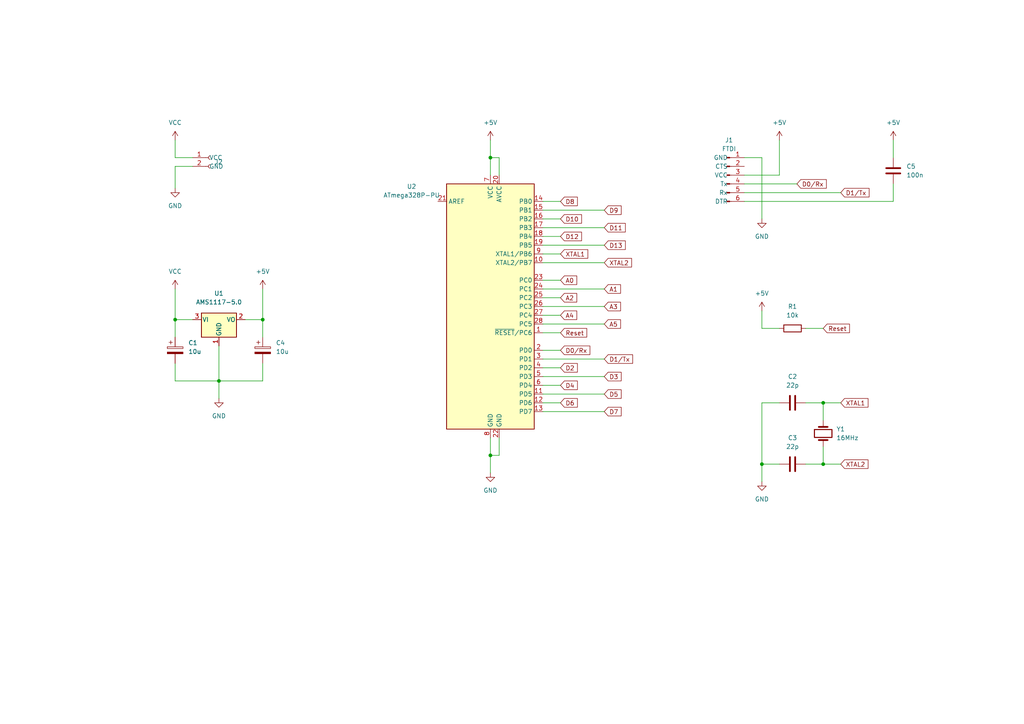
<source format=kicad_sch>
(kicad_sch (version 20211123) (generator eeschema)
  (paper "A4")
  (lib_symbols
    (symbol "Device:C" (pin_numbers hide) (pin_names (offset 0.254))
      (property "Reference" "C" (at 0.635 2.54 0))
      (property "Value" "C" (at 0.635 -2.54 0))
      (symbol "C_0_1"
        (polyline (pts (xy -2.032 -0.762) (xy 2.032 -0.762)) (stroke (width 0.508)))
        (polyline (pts (xy -2.032 0.762) (xy 2.032 0.762)) (stroke (width 0.508)))
      )
      (symbol "C_1_1"
        (pin passive line (at 0 3.81 270) (length 2.794) (name "~") (number "1"))
        (pin passive line (at 0 -3.81 90) (length 2.794) (name "~") (number "2"))
      )
    )
    (symbol "Device:C_Polarized" (pin_numbers hide) (pin_names (offset 0.254))
      (property "Reference" "C" (at 0.635 2.54 0))
      (property "Value" "C_Polarized" (at 0.635 -2.54 0))
      (symbol "C_Polarized_0_1"
        (rectangle (start -2.286 0.508) (end 2.286 1.016))
        (polyline (pts (xy -1.778 2.286) (xy -0.762 2.286)))
        (polyline (pts (xy -1.27 2.794) (xy -1.27 1.778)))
        (rectangle (start 2.286 -0.508) (end -2.286 -1.016) (fill (type outline)))
      )
      (symbol "C_Polarized_1_1"
        (pin passive line (at 0 3.81 270) (length 2.794) (name "~") (number "1"))
        (pin passive line (at 0 -3.81 90) (length 2.794) (name "~") (number "2"))
      )
    )
    (symbol "Device:Crystal" (pin_numbers hide) (pin_names (offset 1.016) hide)
      (property "Reference" "Y" (at 0 3.81 0))
      (property "Value" "Crystal" (at 0 -3.81 0))
      (symbol "Crystal_0_1"
        (rectangle (start -1.143 2.54) (end 1.143 -2.54) (stroke (width 0.3048)))
        (polyline (pts (xy -2.54 0) (xy -1.905 0)))
        (polyline (pts (xy -1.905 -1.27) (xy -1.905 1.27)) (stroke (width 0.508)))
        (polyline (pts (xy 1.905 -1.27) (xy 1.905 1.27)) (stroke (width 0.508)))
        (polyline (pts (xy 2.54 0) (xy 1.905 0)))
      )
      (symbol "Crystal_1_1"
        (pin passive line (at -3.81 0 0) (length 1.27) (name "1") (number "1"))
        (pin passive line (at 3.81 0 180) (length 1.27) (name "2") (number "2"))
      )
    )
    (symbol "Device:R" (pin_numbers hide) (pin_names (offset 0))
      (property "Reference" "R" (at 2.032 0 90))
      (property "Value" "R" (at 0 0 90))
      (symbol "R_0_1"
        (rectangle (start -1.016 -2.54) (end 1.016 2.54) (stroke (width 0.254)))
      )
      (symbol "R_1_1"
        (pin passive line (at 0 3.81 270) (length 1.27) (name "~") (number "1"))
        (pin passive line (at 0 -3.81 90) (length 1.27) (name "~") (number "2"))
      )
    )
    (symbol "My_Headers:2-pin_power_input_header" (pin_names (offset 1.016))
      (property "Reference" "J" (at 0 2.54 0))
      (symbol "2-pin_power_input_header_1_1"
        (arc (start 0 -2.032) (mid -0.508 -2.54) (end 0 -3.048) (stroke (width 0.1524)))
        (polyline (pts (xy -1.27 -2.54) (xy -0.508 -2.54)) (stroke (width 0.1524)))
        (polyline (pts (xy -1.27 0) (xy -0.508 0)) (stroke (width 0.1524)))
        (arc (start 0 0.508) (mid -0.508 0) (end 0 -0.508) (stroke (width 0.1524)))
        (pin power_out line (at -5.08 0 0) (length 3.81) (name "VCC") (number "1"))
        (pin power_out line (at -5.08 -2.54 0) (length 3.81) (name "GND") (number "2"))
      )
    )
    (symbol "My_Headers:6-pin_FTDI_header" (pin_names (offset 1.016))
      (property "Reference" "J" (at 0 7.62 0))
      (property "Value" "6-pin_FTDI_header" (at 0 -10.16 0))
      (symbol "6-pin_FTDI_header_1_1"
        (polyline (pts (xy 1.27 -7.62) (xy 0.8636 -7.62)) (stroke (width 0.1524)))
        (polyline (pts (xy 1.27 -5.08) (xy 0.8636 -5.08)) (stroke (width 0.1524)))
        (polyline (pts (xy 1.27 -2.54) (xy 0.8636 -2.54)) (stroke (width 0.1524)))
        (polyline (pts (xy 1.27 0) (xy 0.8636 0)) (stroke (width 0.1524)))
        (polyline (pts (xy 1.27 2.54) (xy 0.8636 2.54)) (stroke (width 0.1524)))
        (polyline (pts (xy 1.27 5.08) (xy 0.8636 5.08)) (stroke (width 0.1524)))
        (rectangle (start 0.8636 -7.493) (end 0 -7.747) (stroke (width 0.1524)) (fill (type outline)))
        (rectangle (start 0.8636 -4.953) (end 0 -5.207) (stroke (width 0.1524)) (fill (type outline)))
        (rectangle (start 0.8636 -2.413) (end 0 -2.667) (stroke (width 0.1524)) (fill (type outline)))
        (rectangle (start 0.8636 0.127) (end 0 -0.127) (stroke (width 0.1524)) (fill (type outline)))
        (rectangle (start 0.8636 2.667) (end 0 2.413) (stroke (width 0.1524)) (fill (type outline)))
        (rectangle (start 0.8636 5.207) (end 0 4.953) (stroke (width 0.1524)) (fill (type outline)))
        (pin passive line (at 5.08 5.08 180) (length 3.81) (name "GND") (number "1"))
        (pin passive line (at 5.08 2.54 180) (length 3.81) (name "CTS") (number "2"))
        (pin passive line (at 5.08 0 180) (length 3.81) (name "VCC") (number "3"))
        (pin passive line (at 5.08 -2.54 180) (length 3.81) (name "Tx") (number "4"))
        (pin passive line (at 5.08 -5.08 180) (length 3.81) (name "Rx") (number "5"))
        (pin passive line (at 5.08 -7.62 180) (length 3.81) (name "DTR") (number "6"))
      )
    )
    (symbol "My_Misc:ATmega328P-PU"
      (property "Reference" "U" (at -12.7 36.83 0))
      (property "Value" "ATmega328P-PU" (at 7.62 -36.83 0))
      (symbol "ATmega328P-PU_0_1"
        (rectangle (start -12.7 -35.56) (end 12.7 35.56) (stroke (width 0.254)) (fill (type background)))
      )
      (symbol "ATmega328P-PU_1_1"
        (pin bidirectional line (at 15.24 -7.62 180) (length 2.54) (name "~{RESET}/PC6") (number "1"))
        (pin bidirectional line (at 15.24 12.7 180) (length 2.54) (name "XTAL2/PB7") (number "10"))
        (pin bidirectional line (at 15.24 -25.4 180) (length 2.54) (name "PD5") (number "11"))
        (pin bidirectional line (at 15.24 -27.94 180) (length 2.54) (name "PD6") (number "12"))
        (pin bidirectional line (at 15.24 -30.48 180) (length 2.54) (name "PD7") (number "13"))
        (pin bidirectional line (at 15.24 30.48 180) (length 2.54) (name "PB0") (number "14"))
        (pin bidirectional line (at 15.24 27.94 180) (length 2.54) (name "PB1") (number "15"))
        (pin bidirectional line (at 15.24 25.4 180) (length 2.54) (name "PB2") (number "16"))
        (pin bidirectional line (at 15.24 22.86 180) (length 2.54) (name "PB3") (number "17"))
        (pin bidirectional line (at 15.24 20.32 180) (length 2.54) (name "PB4") (number "18"))
        (pin bidirectional line (at 15.24 17.78 180) (length 2.54) (name "PB5") (number "19"))
        (pin bidirectional line (at 15.24 -12.7 180) (length 2.54) (name "PD0") (number "2"))
        (pin power_in line (at 2.54 38.1 270) (length 2.54) (name "AVCC") (number "20"))
        (pin passive line (at -15.24 30.48 0) (length 2.54) (name "AREF") (number "21"))
        (pin passive line (at 0 -38.1 90) (length 2.54) hide (name "GND") (number "22"))
        (pin power_in line (at 2.54 -38.1 90) (length 2.54) (name "GND") (number "22"))
        (pin bidirectional line (at 15.24 7.62 180) (length 2.54) (name "PC0") (number "23"))
        (pin bidirectional line (at 15.24 5.08 180) (length 2.54) (name "PC1") (number "24"))
        (pin bidirectional line (at 15.24 2.54 180) (length 2.54) (name "PC2") (number "25"))
        (pin bidirectional line (at 15.24 0 180) (length 2.54) (name "PC3") (number "26"))
        (pin bidirectional line (at 15.24 -2.54 180) (length 2.54) (name "PC4") (number "27"))
        (pin bidirectional line (at 15.24 -5.08 180) (length 2.54) (name "PC5") (number "28"))
        (pin bidirectional line (at 15.24 -15.24 180) (length 2.54) (name "PD1") (number "3"))
        (pin bidirectional line (at 15.24 -17.78 180) (length 2.54) (name "PD2") (number "4"))
        (pin bidirectional line (at 15.24 -20.32 180) (length 2.54) (name "PD3") (number "5"))
        (pin bidirectional line (at 15.24 -22.86 180) (length 2.54) (name "PD4") (number "6"))
        (pin power_in line (at 0 38.1 270) (length 2.54) (name "VCC") (number "7"))
        (pin power_in line (at 0 -38.1 90) (length 2.54) (name "GND") (number "8"))
        (pin bidirectional line (at 15.24 15.24 180) (length 2.54) (name "XTAL1/PB6") (number "9"))
      )
    )
    (symbol "Regulator_Linear:AMS1117-5.0" (pin_names (offset 0.254))
      (property "Reference" "U" (at -3.81 3.175 0))
      (property "Value" "AMS1117-5.0" (at 0 3.175 0))
      (symbol "AMS1117-5.0_0_1"
        (rectangle (start -5.08 -5.08) (end 5.08 1.905) (stroke (width 0.254)) (fill (type background)))
      )
      (symbol "AMS1117-5.0_1_1"
        (pin power_in line (at 0 -7.62 90) (length 2.54) (name "GND") (number "1"))
        (pin power_out line (at 7.62 0 180) (length 2.54) (name "VO") (number "2"))
        (pin power_in line (at -7.62 0 0) (length 2.54) (name "VI") (number "3"))
      )
    )
    (symbol "power:+5V" (power) (pin_names (offset 0))
      (property "Value" "+5V" (at 0 3.556 0))
      (symbol "+5V_0_1"
        (polyline (pts (xy -0.762 1.27) (xy 0 2.54)))
        (polyline (pts (xy 0 0) (xy 0 2.54)))
        (polyline (pts (xy 0 2.54) (xy 0.762 1.27)))
      )
      (symbol "+5V_1_1"
        (pin power_in line (at 0 0 90) (length 0) hide (name "+5V") (number "1"))
      )
    )
    (symbol "power:GND" (power) (pin_names (offset 0))
      (property "Value" "GND" (at 0 -3.81 0))
      (symbol "GND_0_1"
        (polyline (pts (xy 0 0) (xy 0 -1.27) (xy 1.27 -1.27) (xy 0 -2.54) (xy -1.27 -1.27) (xy 0 -1.27)))
      )
      (symbol "GND_1_1"
        (pin power_in line (at 0 0 270) (length 0) hide (name "GND") (number "1"))
      )
    )
    (symbol "power:VCC" (power) (pin_names (offset 0))
      (property "Value" "VCC" (at 0 3.81 0))
      (symbol "VCC_0_1"
        (polyline (pts (xy -0.762 1.27) (xy 0 2.54)))
        (polyline (pts (xy 0 0) (xy 0 2.54)))
        (polyline (pts (xy 0 2.54) (xy 0.762 1.27)))
      )
      (symbol "VCC_1_1"
        (pin power_in line (at 0 0 90) (length 0) hide (name "VCC") (number "1"))
      )
    )
  )
  (junction (at 220.98 134.62))
  (junction (at 238.76 134.62))
  (junction (at 50.8 92.71))
  (junction (at 142.24 45.72))
  (junction (at 238.76 116.84))
  (junction (at 63.5 110.49))
  (junction (at 76.2 92.71))
  (junction (at 142.24 132.08))
  (wire (pts (xy 63.5 110.49) (xy 50.8 110.49)))
  (wire (pts (xy 238.76 116.84) (xy 233.68 116.84)))
  (wire (pts (xy 215.9 45.72) (xy 220.98 45.72)))
  (wire (pts (xy 157.48 63.5) (xy 162.56 63.5)))
  (wire (pts (xy 63.5 100.33) (xy 63.5 110.49)))
  (wire (pts (xy 226.06 95.25) (xy 220.98 95.25)))
  (wire (pts (xy 157.48 86.36) (xy 162.56 86.36)))
  (wire (pts (xy 157.48 83.82) (xy 175.26 83.82)))
  (wire (pts (xy 226.06 116.84) (xy 220.98 116.84)))
  (wire (pts (xy 157.48 81.28) (xy 162.56 81.28)))
  (wire (pts (xy 144.78 50.8) (xy 144.78 45.72)))
  (wire (pts (xy 157.48 106.68) (xy 162.56 106.68)))
  (wire (pts (xy 157.48 71.12) (xy 175.26 71.12)))
  (wire (pts (xy 220.98 45.72) (xy 220.98 63.5)))
  (wire (pts (xy 220.98 116.84) (xy 220.98 134.62)))
  (wire (pts (xy 157.48 104.14) (xy 175.26 104.14)))
  (wire (pts (xy 238.76 121.92) (xy 238.76 116.84)))
  (wire (pts (xy 157.48 111.76) (xy 162.56 111.76)))
  (wire (pts (xy 238.76 134.62) (xy 243.84 134.62)))
  (wire (pts (xy 142.24 40.64) (xy 142.24 45.72)))
  (wire (pts (xy 157.48 109.22) (xy 175.26 109.22)))
  (wire (pts (xy 142.24 127) (xy 142.24 132.08)))
  (wire (pts (xy 238.76 134.62) (xy 233.68 134.62)))
  (wire (pts (xy 144.78 132.08) (xy 142.24 132.08)))
  (wire (pts (xy 144.78 45.72) (xy 142.24 45.72)))
  (wire (pts (xy 50.8 92.71) (xy 55.88 92.71)))
  (wire (pts (xy 259.08 40.64) (xy 259.08 45.72)))
  (wire (pts (xy 157.48 58.42) (xy 162.56 58.42)))
  (wire (pts (xy 157.48 76.2) (xy 175.26 76.2)))
  (wire (pts (xy 157.48 68.58) (xy 162.56 68.58)))
  (wire (pts (xy 76.2 105.41) (xy 76.2 110.49)))
  (wire (pts (xy 142.24 45.72) (xy 142.24 50.8)))
  (wire (pts (xy 157.48 114.3) (xy 175.26 114.3)))
  (wire (pts (xy 76.2 110.49) (xy 63.5 110.49)))
  (wire (pts (xy 215.9 55.88) (xy 243.84 55.88)))
  (wire (pts (xy 259.08 53.34) (xy 259.08 58.42)))
  (wire (pts (xy 157.48 93.98) (xy 175.26 93.98)))
  (wire (pts (xy 238.76 116.84) (xy 243.84 116.84)))
  (wire (pts (xy 50.8 97.79) (xy 50.8 92.71)))
  (wire (pts (xy 220.98 134.62) (xy 220.98 139.7)))
  (wire (pts (xy 220.98 95.25) (xy 220.98 90.17)))
  (wire (pts (xy 157.48 119.38) (xy 175.26 119.38)))
  (wire (pts (xy 50.8 45.72) (xy 50.8 40.64)))
  (wire (pts (xy 238.76 129.54) (xy 238.76 134.62)))
  (wire (pts (xy 215.9 53.34) (xy 231.14 53.34)))
  (wire (pts (xy 259.08 58.42) (xy 215.9 58.42)))
  (wire (pts (xy 233.68 95.25) (xy 238.76 95.25)))
  (wire (pts (xy 157.48 96.52) (xy 162.56 96.52)))
  (wire (pts (xy 76.2 83.82) (xy 76.2 92.71)))
  (wire (pts (xy 157.48 116.84) (xy 162.56 116.84)))
  (wire (pts (xy 142.24 132.08) (xy 142.24 137.16)))
  (wire (pts (xy 157.48 73.66) (xy 162.56 73.66)))
  (wire (pts (xy 144.78 127) (xy 144.78 132.08)))
  (wire (pts (xy 50.8 83.82) (xy 50.8 92.71)))
  (wire (pts (xy 215.9 50.8) (xy 226.06 50.8)))
  (wire (pts (xy 157.48 60.96) (xy 175.26 60.96)))
  (wire (pts (xy 55.88 45.72) (xy 50.8 45.72)))
  (wire (pts (xy 157.48 66.04) (xy 175.26 66.04)))
  (wire (pts (xy 50.8 110.49) (xy 50.8 105.41)))
  (wire (pts (xy 76.2 92.71) (xy 76.2 97.79)))
  (wire (pts (xy 50.8 48.26) (xy 50.8 54.61)))
  (wire (pts (xy 157.48 91.44) (xy 162.56 91.44)))
  (wire (pts (xy 63.5 110.49) (xy 63.5 115.57)))
  (wire (pts (xy 220.98 134.62) (xy 226.06 134.62)))
  (wire (pts (xy 55.88 48.26) (xy 50.8 48.26)))
  (wire (pts (xy 157.48 101.6) (xy 162.56 101.6)))
  (wire (pts (xy 71.12 92.71) (xy 76.2 92.71)))
  (wire (pts (xy 226.06 50.8) (xy 226.06 40.64)))
  (wire (pts (xy 157.48 88.9) (xy 175.26 88.9)))
  (global_label "XTAL1" (shape input) (at 162.56 73.66 0) (property "Intersheet References" "${INTERSHEET_REFS}" (effects hide)))
  (global_label "A0" (shape input) (at 162.56 81.28 0) (property "Intersheet References" "${INTERSHEET_REFS}" (effects hide)))
  (global_label "Reset" (shape input) (at 162.56 96.52 0) (property "Intersheet References" "${INTERSHEET_REFS}" (effects hide)))
  (global_label "A2" (shape input) (at 162.56 86.36 0) (property "Intersheet References" "${INTERSHEET_REFS}" (effects hide)))
  (global_label "D1{slash}Tx" (shape input) (at 243.84 55.88 0) (property "Intersheet References" "${INTERSHEET_REFS}" (effects hide)))
  (global_label "Reset" (shape input) (at 238.76 95.25 0) (property "Intersheet References" "${INTERSHEET_REFS}" (effects hide)))
  (global_label "D9" (shape input) (at 175.26 60.96 0) (property "Intersheet References" "${INTERSHEET_REFS}" (effects hide)))
  (global_label "D5" (shape input) (at 175.26 114.3 0) (property "Intersheet References" "${INTERSHEET_REFS}" (effects hide)))
  (global_label "A3" (shape input) (at 175.26 88.9 0) (property "Intersheet References" "${INTERSHEET_REFS}" (effects hide)))
  (global_label "D2" (shape input) (at 162.56 106.68 0) (property "Intersheet References" "${INTERSHEET_REFS}" (effects hide)))
  (global_label "D4" (shape input) (at 162.56 111.76 0) (property "Intersheet References" "${INTERSHEET_REFS}" (effects hide)))
  (global_label "D13" (shape input) (at 175.26 71.12 0) (property "Intersheet References" "${INTERSHEET_REFS}" (effects hide)))
  (global_label "A5" (shape input) (at 175.26 93.98 0) (property "Intersheet References" "${INTERSHEET_REFS}" (effects hide)))
  (global_label "D7" (shape input) (at 175.26 119.38 0) (property "Intersheet References" "${INTERSHEET_REFS}" (effects hide)))
  (global_label "XTAL1" (shape input) (at 243.84 116.84 0) (property "Intersheet References" "${INTERSHEET_REFS}" (effects hide)))
  (global_label "A1" (shape input) (at 175.26 83.82 0) (property "Intersheet References" "${INTERSHEET_REFS}" (effects hide)))
  (global_label "D1{slash}Tx" (shape input) (at 175.26 104.14 0) (property "Intersheet References" "${INTERSHEET_REFS}" (effects hide)))
  (global_label "D11" (shape input) (at 175.26 66.04 0) (property "Intersheet References" "${INTERSHEET_REFS}" (effects hide)))
  (global_label "D0{slash}Rx" (shape input) (at 162.56 101.6 0) (property "Intersheet References" "${INTERSHEET_REFS}" (effects hide)))
  (global_label "D10" (shape input) (at 162.56 63.5 0) (property "Intersheet References" "${INTERSHEET_REFS}" (effects hide)))
  (global_label "D8" (shape input) (at 162.56 58.42 0) (property "Intersheet References" "${INTERSHEET_REFS}" (effects hide)))
  (global_label "D3" (shape input) (at 175.26 109.22 0) (property "Intersheet References" "${INTERSHEET_REFS}" (effects hide)))
  (global_label "D6" (shape input) (at 162.56 116.84 0) (property "Intersheet References" "${INTERSHEET_REFS}" (effects hide)))
  (global_label "D0{slash}Rx" (shape input) (at 231.14 53.34 0) (property "Intersheet References" "${INTERSHEET_REFS}" (effects hide)))
  (global_label "A4" (shape input) (at 162.56 91.44 0) (property "Intersheet References" "${INTERSHEET_REFS}" (effects hide)))
  (global_label "XTAL2" (shape input) (at 175.26 76.2 0) (property "Intersheet References" "${INTERSHEET_REFS}" (effects hide)))
  (global_label "D12" (shape input) (at 162.56 68.58 0) (property "Intersheet References" "${INTERSHEET_REFS}" (effects hide)))
  (global_label "XTAL2" (shape input) (at 243.84 134.62 0) (property "Intersheet References" "${INTERSHEET_REFS}" (effects hide)))
  (symbol (lib_id "My_Misc:ATmega328P-PU") (at 142.24 88.9 0) (unit 1)
    (property "Reference" "U2" (at 119.38 54.0893 0))
    (property "Value" "ATmega328P-PU" (at 119.38 56.6293 0))
    (property "Footprint" "My_Misc:DIP-28_W7.62mm_LongPads w socket" (effects hide))
    (property "Datasheet" "http://ww1.microchip.com/downloads/en/DeviceDoc/ATmega328_P%20AVR%20MCU%20with%20picoPower%20Technology%20Data%20Sheet%2040001984A.pdf" (effects hide))
  )
  (symbol (lib_id "power:VCC") (at 50.8 40.64 0) (unit 1)
    (property "Reference" "#PWR0111" (effects hide))
    (property "Value" "VCC" (at 50.8 35.56 0))
  )
  (symbol (lib_id "Regulator_Linear:AMS1117-5.0") (at 63.5 92.71 0) (unit 1)
    (property "Reference" "U1" (at 63.5 85.09 0))
    (property "Value" "AMS1117-5.0" (at 63.5 87.63 0))
    (property "Footprint" "Package_TO_SOT_SMD:SOT-223-3_TabPin2" (effects hide))
    (property "Datasheet" "http://www.advanced-monolithic.com/pdf/ds1117.pdf" (effects hide))
  )
  (symbol (lib_id "My_Headers:6-pin_FTDI_header") (at 210.82 50.8 0) (unit 1)
    (property "Reference" "J1" (at 211.455 40.64 0))
    (property "Value" "FTDI" (at 211.455 43.18 0))
    (property "Footprint" "My_Headers:6-pin FTDI Programmer PinSocket large" (effects hide))
  )
  (symbol (lib_id "Device:R") (at 229.87 95.25 90) (unit 1)
    (property "Reference" "R1" (at 229.87 88.9 90))
    (property "Value" "10k" (at 229.87 91.44 90))
    (property "Footprint" "My_Misc:R_Axial_DIN0207_L6.3mm_D2.5mm_P10.16mm_Horizontal_larger_pads" (effects hide))
  )
  (symbol (lib_id "Device:C_Polarized") (at 50.8 101.6 0) (unit 1)
    (property "Reference" "C1" (at 54.61 99.4409 0) (effects (justify left)))
    (property "Value" "10u" (at 54.61 101.9809 0) (effects (justify left)))
    (property "Footprint" "My_Misc:CP_Radial_D5.0mm_P2.00mm_larger" (effects hide))
  )
  (symbol (lib_id "Device:C") (at 229.87 116.84 90) (unit 1)
    (property "Reference" "C2" (at 229.87 109.22 90))
    (property "Value" "22p" (at 229.87 111.76 90))
    (property "Footprint" "My_Misc:C_Disc_D3.0mm_W1.6mm_P2.50mm_larg" (effects hide))
  )
  (symbol (lib_id "power:+5V") (at 226.06 40.64 0) (unit 1)
    (property "Reference" "#PWR0108" (effects hide))
    (property "Value" "+5V" (at 226.06 35.56 0))
  )
  (symbol (lib_id "Device:C") (at 229.87 134.62 90) (unit 1)
    (property "Reference" "C3" (at 229.87 127 90))
    (property "Value" "22p" (at 229.87 129.54 90))
    (property "Footprint" "My_Misc:C_Disc_D3.0mm_W1.6mm_P2.50mm_larg" (effects hide))
  )
  (symbol (lib_id "Device:C") (at 259.08 49.53 180) (unit 1)
    (property "Reference" "C5" (at 262.89 48.2599 0) (effects (justify right)))
    (property "Value" "100n" (at 262.89 50.7999 0) (effects (justify right)))
    (property "Footprint" "My_Misc:C_Disc_D3.0mm_W1.6mm_P2.50mm_larg" (effects hide))
  )
  (symbol (lib_id "power:GND") (at 63.5 115.57 0) (unit 1)
    (property "Reference" "#PWR0103" (effects hide))
    (property "Value" "GND" (at 63.5 120.65 0))
  )
  (symbol (lib_id "power:VCC") (at 50.8 83.82 0) (unit 1)
    (property "Reference" "#PWR0104" (effects hide))
    (property "Value" "VCC" (at 50.8 78.74 0))
  )
  (symbol (lib_id "power:GND") (at 50.8 54.61 0) (unit 1)
    (property "Reference" "#PWR0112" (effects hide))
    (property "Value" "GND" (at 50.8 59.69 0))
  )
  (symbol (lib_id "Device:C_Polarized") (at 76.2 101.6 0) (unit 1)
    (property "Reference" "C4" (at 80.01 99.4409 0) (effects (justify left)))
    (property "Value" "10u" (at 80.01 101.9809 0) (effects (justify left)))
    (property "Footprint" "My_Misc:CP_Radial_D5.0mm_P2.00mm_larger" (effects hide))
  )
  (symbol (lib_id "My_Headers:2-pin_power_input_header") (at 60.96 45.72 0) (unit 1)
    (property "Reference" "J2" (at 62.23 46.9899 0) (effects (justify left)))
    (property "Value" "Power in" (effects hide))
    (property "Footprint" "My_Misc:BarrelJack_Horizontal" (effects hide))
  )
  (symbol (lib_id "power:+5V") (at 142.24 40.64 0) (unit 1)
    (property "Reference" "#PWR0101" (effects hide))
    (property "Value" "+5V" (at 142.24 35.56 0))
  )
  (symbol (lib_id "power:+5V") (at 220.98 90.17 0) (unit 1)
    (property "Reference" "#PWR0102" (effects hide))
    (property "Value" "+5V" (at 220.98 85.09 0))
  )
  (symbol (lib_id "power:+5V") (at 259.08 40.64 0) (unit 1)
    (property "Reference" "#PWR0107" (effects hide))
    (property "Value" "+5V" (at 259.08 35.56 0))
  )
  (symbol (lib_id "power:GND") (at 220.98 139.7 0) (unit 1)
    (property "Reference" "#PWR0106" (effects hide))
    (property "Value" "GND" (at 220.98 144.78 0))
  )
  (symbol (lib_id "power:+5V") (at 76.2 83.82 0) (unit 1)
    (property "Reference" "#PWR0105" (effects hide))
    (property "Value" "+5V" (at 76.2 78.74 0))
  )
  (symbol (lib_id "power:GND") (at 220.98 63.5 0) (unit 1)
    (property "Reference" "#PWR0109" (effects hide))
    (property "Value" "GND" (at 220.98 68.58 0))
  )
  (symbol (lib_id "power:GND") (at 142.24 137.16 0) (unit 1)
    (property "Reference" "#PWR0110" (effects hide))
    (property "Value" "GND" (at 142.24 142.24 0))
  )
  (symbol (lib_id "Device:Crystal") (at 238.76 125.73 90) (unit 1)
    (property "Reference" "Y1" (at 242.57 124.4599 90) (effects (justify right)))
    (property "Value" "16MHz" (at 242.57 126.9999 90) (effects (justify right)))
    (property "Footprint" "My_Misc:Crystal_HC49-4H_Vertical_large" (effects hide))
  )
)
</source>
